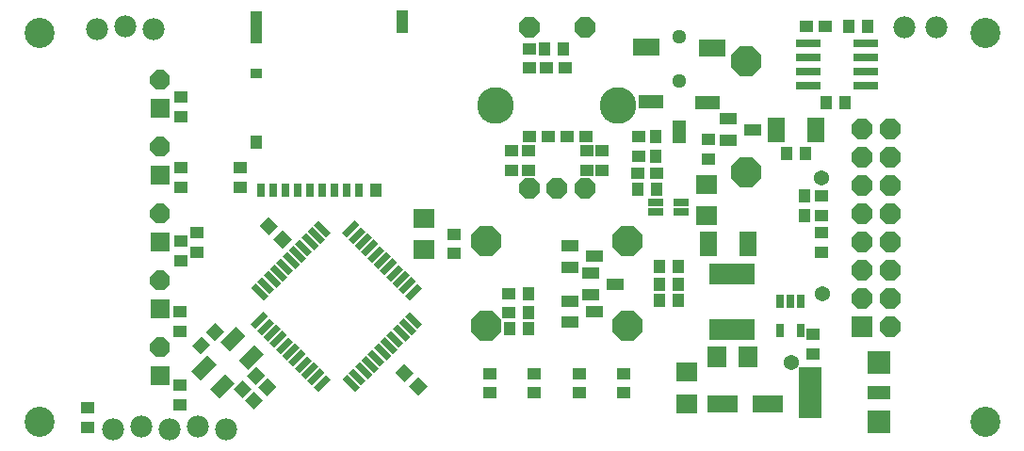
<source format=gbs>
G75*
G70*
%OFA0B0*%
%FSLAX24Y24*%
%IPPOS*%
%LPD*%
%AMOC8*
5,1,8,0,0,1.08239X$1,22.5*
%
%ADD10C,0.1064*%
%ADD11R,0.0316X0.0512*%
%ADD12R,0.0434X0.0512*%
%ADD13R,0.0434X0.0788*%
%ADD14R,0.0434X0.0355*%
%ADD15R,0.0434X0.1142*%
%ADD16R,0.0473X0.0434*%
%ADD17R,0.0631X0.0237*%
%ADD18R,0.0237X0.0631*%
%ADD19R,0.0276X0.0453*%
%ADD20R,0.0631X0.0867*%
%ADD21R,0.1615X0.0749*%
%ADD22R,0.1064X0.0591*%
%ADD23R,0.0749X0.0670*%
%ADD24R,0.0434X0.0473*%
%ADD25R,0.0591X0.0434*%
%ADD26OC8,0.1040*%
%ADD27OC8,0.0740*%
%ADD28C,0.1300*%
%ADD29OC8,0.0700*%
%ADD30R,0.0700X0.0700*%
%ADD31R,0.0788X0.0788*%
%ADD32R,0.0788X0.0473*%
%ADD33R,0.0788X0.1812*%
%ADD34C,0.0780*%
%ADD35R,0.0906X0.0276*%
%ADD36R,0.0740X0.0740*%
%ADD37R,0.0670X0.0749*%
%ADD38R,0.0946X0.0617*%
%ADD39R,0.0867X0.0481*%
%ADD40R,0.0867X0.0491*%
%ADD41R,0.0501X0.0827*%
%ADD42C,0.0512*%
%ADD43C,0.0540*%
%ADD44R,0.0540X0.0290*%
D10*
X008827Y006622D03*
X008827Y020401D03*
X042292Y020401D03*
X042292Y006622D03*
D11*
X020126Y014850D03*
X019693Y014850D03*
X019260Y014850D03*
X018827Y014850D03*
X018394Y014850D03*
X017961Y014850D03*
X017528Y014850D03*
X017095Y014850D03*
X016662Y014850D03*
D12*
X016485Y016543D03*
X020736Y014850D03*
D13*
X021662Y020795D03*
D14*
X016485Y018984D03*
D15*
X016485Y020618D03*
D16*
X013843Y018122D03*
X013843Y017453D03*
X013843Y015622D03*
X013843Y014953D03*
X015943Y014953D03*
X015943Y015622D03*
G36*
X016943Y013894D02*
X017276Y013561D01*
X016969Y013254D01*
X016636Y013587D01*
X016943Y013894D01*
G37*
G36*
X017416Y013421D02*
X017749Y013088D01*
X017442Y012781D01*
X017109Y013114D01*
X017416Y013421D01*
G37*
X014403Y013324D03*
X013843Y013022D03*
X014403Y012654D03*
X013843Y012353D03*
X013793Y010522D03*
X013793Y009853D03*
G36*
X014876Y009364D02*
X014543Y009031D01*
X014236Y009338D01*
X014569Y009671D01*
X014876Y009364D01*
G37*
G36*
X015349Y009837D02*
X015016Y009504D01*
X014709Y009811D01*
X015042Y010144D01*
X015349Y009837D01*
G37*
G36*
X016159Y008261D02*
X016492Y008594D01*
X016799Y008287D01*
X016466Y007954D01*
X016159Y008261D01*
G37*
G36*
X015686Y007788D02*
X016019Y008121D01*
X016326Y007814D01*
X015993Y007481D01*
X015686Y007788D01*
G37*
G36*
X016086Y007388D02*
X016419Y007721D01*
X016726Y007414D01*
X016393Y007081D01*
X016086Y007388D01*
G37*
G36*
X016559Y007861D02*
X016892Y008194D01*
X017199Y007887D01*
X016866Y007554D01*
X016559Y007861D01*
G37*
X013793Y007922D03*
X013793Y007253D03*
X010543Y007122D03*
X010543Y006453D03*
G36*
X021769Y008054D02*
X021436Y008387D01*
X021743Y008694D01*
X022076Y008361D01*
X021769Y008054D01*
G37*
G36*
X022242Y007581D02*
X021909Y007914D01*
X022216Y008221D01*
X022549Y007888D01*
X022242Y007581D01*
G37*
X024772Y007665D03*
X024772Y008334D03*
X026347Y008334D03*
X026347Y007665D03*
X027922Y007665D03*
X027922Y008334D03*
X029496Y008334D03*
X029496Y007665D03*
X025443Y010503D03*
X025443Y011172D03*
X023482Y012602D03*
X023482Y013271D03*
X025543Y015553D03*
X026143Y015553D03*
X026143Y016222D03*
X026158Y016737D03*
X026827Y016737D03*
X027508Y016737D03*
X028177Y016737D03*
X028193Y016222D03*
X028743Y016222D03*
X028743Y015553D03*
X028193Y015553D03*
X030008Y015437D03*
X030043Y016053D03*
X030677Y015437D03*
X032493Y015953D03*
X032493Y016622D03*
X030043Y016722D03*
X027427Y019187D03*
X026758Y019187D03*
X026151Y019184D03*
X026151Y019853D03*
X025543Y016222D03*
X035958Y020637D03*
X036627Y020637D03*
X036493Y014622D03*
X036493Y013953D03*
X036493Y013322D03*
X036493Y012653D03*
X036193Y009722D03*
X036193Y009053D03*
D17*
G36*
X021765Y011100D02*
X022210Y011545D01*
X022377Y011378D01*
X021932Y010933D01*
X021765Y011100D01*
G37*
G36*
X021542Y011322D02*
X021987Y011767D01*
X022154Y011600D01*
X021709Y011155D01*
X021542Y011322D01*
G37*
G36*
X021320Y011545D02*
X021765Y011990D01*
X021932Y011823D01*
X021487Y011378D01*
X021320Y011545D01*
G37*
G36*
X021097Y011768D02*
X021542Y012213D01*
X021709Y012046D01*
X021264Y011601D01*
X021097Y011768D01*
G37*
G36*
X020874Y011990D02*
X021319Y012435D01*
X021486Y012268D01*
X021041Y011823D01*
X020874Y011990D01*
G37*
G36*
X020651Y012213D02*
X021096Y012658D01*
X021263Y012491D01*
X020818Y012046D01*
X020651Y012213D01*
G37*
G36*
X020429Y012436D02*
X020874Y012881D01*
X021041Y012714D01*
X020596Y012269D01*
X020429Y012436D01*
G37*
G36*
X020206Y012658D02*
X020651Y013103D01*
X020818Y012936D01*
X020373Y012491D01*
X020206Y012658D01*
G37*
G36*
X019983Y012881D02*
X020428Y013326D01*
X020595Y013159D01*
X020150Y012714D01*
X019983Y012881D01*
G37*
G36*
X019761Y013104D02*
X020206Y013549D01*
X020373Y013382D01*
X019928Y012937D01*
X019761Y013104D01*
G37*
G36*
X019538Y013327D02*
X019983Y013772D01*
X020150Y013605D01*
X019705Y013160D01*
X019538Y013327D01*
G37*
G36*
X016309Y010097D02*
X016754Y010542D01*
X016921Y010375D01*
X016476Y009930D01*
X016309Y010097D01*
G37*
G36*
X016531Y009875D02*
X016976Y010320D01*
X017143Y010153D01*
X016698Y009708D01*
X016531Y009875D01*
G37*
G36*
X016754Y009652D02*
X017199Y010097D01*
X017366Y009930D01*
X016921Y009485D01*
X016754Y009652D01*
G37*
G36*
X016977Y009429D02*
X017422Y009874D01*
X017589Y009707D01*
X017144Y009262D01*
X016977Y009429D01*
G37*
G36*
X017199Y009206D02*
X017644Y009651D01*
X017811Y009484D01*
X017366Y009039D01*
X017199Y009206D01*
G37*
G36*
X017422Y008984D02*
X017867Y009429D01*
X018034Y009262D01*
X017589Y008817D01*
X017422Y008984D01*
G37*
G36*
X017645Y008761D02*
X018090Y009206D01*
X018257Y009039D01*
X017812Y008594D01*
X017645Y008761D01*
G37*
G36*
X017868Y008538D02*
X018313Y008983D01*
X018480Y008816D01*
X018035Y008371D01*
X017868Y008538D01*
G37*
G36*
X018090Y008316D02*
X018535Y008761D01*
X018702Y008594D01*
X018257Y008149D01*
X018090Y008316D01*
G37*
G36*
X018313Y008093D02*
X018758Y008538D01*
X018925Y008371D01*
X018480Y007926D01*
X018313Y008093D01*
G37*
G36*
X018536Y007870D02*
X018981Y008315D01*
X019148Y008148D01*
X018703Y007703D01*
X018536Y007870D01*
G37*
D18*
G36*
X019538Y008148D02*
X019705Y008315D01*
X020150Y007870D01*
X019983Y007703D01*
X019538Y008148D01*
G37*
G36*
X019761Y008371D02*
X019928Y008538D01*
X020373Y008093D01*
X020206Y007926D01*
X019761Y008371D01*
G37*
G36*
X019983Y008594D02*
X020150Y008761D01*
X020595Y008316D01*
X020428Y008149D01*
X019983Y008594D01*
G37*
G36*
X020206Y008816D02*
X020373Y008983D01*
X020818Y008538D01*
X020651Y008371D01*
X020206Y008816D01*
G37*
G36*
X020429Y009039D02*
X020596Y009206D01*
X021041Y008761D01*
X020874Y008594D01*
X020429Y009039D01*
G37*
G36*
X020651Y009262D02*
X020818Y009429D01*
X021263Y008984D01*
X021096Y008817D01*
X020651Y009262D01*
G37*
G36*
X020874Y009484D02*
X021041Y009651D01*
X021486Y009206D01*
X021319Y009039D01*
X020874Y009484D01*
G37*
G36*
X021097Y009707D02*
X021264Y009874D01*
X021709Y009429D01*
X021542Y009262D01*
X021097Y009707D01*
G37*
G36*
X021320Y009930D02*
X021487Y010097D01*
X021932Y009652D01*
X021765Y009485D01*
X021320Y009930D01*
G37*
G36*
X021542Y010153D02*
X021709Y010320D01*
X022154Y009875D01*
X021987Y009708D01*
X021542Y010153D01*
G37*
G36*
X021765Y010375D02*
X021932Y010542D01*
X022377Y010097D01*
X022210Y009930D01*
X021765Y010375D01*
G37*
G36*
X017868Y012936D02*
X018035Y013103D01*
X018480Y012658D01*
X018313Y012491D01*
X017868Y012936D01*
G37*
G36*
X017645Y012714D02*
X017812Y012881D01*
X018257Y012436D01*
X018090Y012269D01*
X017645Y012714D01*
G37*
G36*
X017422Y012491D02*
X017589Y012658D01*
X018034Y012213D01*
X017867Y012046D01*
X017422Y012491D01*
G37*
G36*
X017199Y012268D02*
X017366Y012435D01*
X017811Y011990D01*
X017644Y011823D01*
X017199Y012268D01*
G37*
G36*
X016977Y012046D02*
X017144Y012213D01*
X017589Y011768D01*
X017422Y011601D01*
X016977Y012046D01*
G37*
G36*
X016754Y011823D02*
X016921Y011990D01*
X017366Y011545D01*
X017199Y011378D01*
X016754Y011823D01*
G37*
G36*
X016531Y011600D02*
X016698Y011767D01*
X017143Y011322D01*
X016976Y011155D01*
X016531Y011600D01*
G37*
G36*
X016309Y011378D02*
X016476Y011545D01*
X016921Y011100D01*
X016754Y010933D01*
X016309Y011378D01*
G37*
G36*
X018090Y013159D02*
X018257Y013326D01*
X018702Y012881D01*
X018535Y012714D01*
X018090Y013159D01*
G37*
G36*
X018313Y013382D02*
X018480Y013549D01*
X018925Y013104D01*
X018758Y012937D01*
X018313Y013382D01*
G37*
G36*
X018536Y013605D02*
X018703Y013772D01*
X019148Y013327D01*
X018981Y013160D01*
X018536Y013605D01*
G37*
D19*
X035019Y010919D03*
X035393Y010919D03*
X035767Y010919D03*
X035767Y009856D03*
X035019Y009856D03*
D20*
X033901Y012937D03*
X032484Y012937D03*
X034884Y016987D03*
X036301Y016987D03*
D21*
X033343Y011872D03*
X033343Y009903D03*
D22*
X032986Y007287D03*
X034600Y007287D03*
D23*
X031743Y007286D03*
X031743Y008389D03*
X032443Y013936D03*
X032443Y015039D03*
X022443Y013839D03*
X022443Y012736D03*
D24*
X026143Y011172D03*
X026143Y010503D03*
X026127Y009937D03*
X025458Y009937D03*
X030759Y010940D03*
X031428Y010940D03*
X031428Y011515D03*
X030759Y011515D03*
X030759Y012141D03*
X031428Y012141D03*
X030677Y014887D03*
X030008Y014887D03*
X030643Y016053D03*
X030643Y016722D03*
X035258Y016137D03*
X035927Y016137D03*
X035893Y014622D03*
X035893Y013953D03*
X036658Y017937D03*
X037327Y017937D03*
X037458Y020637D03*
X038127Y020637D03*
X027377Y019837D03*
X026708Y019837D03*
D25*
X033210Y017361D03*
X034076Y016987D03*
X033210Y016613D03*
X027585Y012865D03*
X028451Y012491D03*
X028335Y011889D03*
X028335Y011141D03*
X028451Y010540D03*
X027585Y010166D03*
X027585Y010914D03*
X027585Y012117D03*
X029201Y011515D03*
D26*
X029634Y010043D03*
X029634Y013043D03*
X033827Y015478D03*
X033827Y019418D03*
X024634Y013043D03*
X024634Y010043D03*
D27*
X026150Y014889D03*
X027134Y014889D03*
X028118Y014889D03*
X037945Y015011D03*
X038945Y015011D03*
X038945Y016011D03*
X037945Y016011D03*
X037945Y017011D03*
X038945Y017011D03*
X038945Y014011D03*
X037945Y014011D03*
X037945Y013011D03*
X038945Y013011D03*
X038945Y012011D03*
X037945Y012011D03*
X037945Y011011D03*
X038945Y011011D03*
X038945Y010011D03*
X028118Y020598D03*
X026150Y020598D03*
D28*
X024969Y017842D03*
X029299Y017842D03*
D29*
X013093Y018736D03*
X013093Y016374D03*
X013093Y014011D03*
X013093Y011649D03*
X013093Y009287D03*
D30*
X013093Y008287D03*
X013093Y010649D03*
X013093Y013011D03*
X013093Y015374D03*
X013093Y017736D03*
D31*
X038543Y008750D03*
X038543Y006624D03*
D32*
X038543Y007687D03*
G36*
X015883Y008821D02*
X016439Y009377D01*
X016773Y009043D01*
X016217Y008487D01*
X015883Y008821D01*
G37*
G36*
X015243Y009462D02*
X015799Y010018D01*
X016133Y009684D01*
X015577Y009128D01*
X015243Y009462D01*
G37*
G36*
X014213Y008432D02*
X014769Y008988D01*
X015103Y008654D01*
X014547Y008098D01*
X014213Y008432D01*
G37*
G36*
X014853Y007791D02*
X015409Y008347D01*
X015743Y008013D01*
X015187Y007457D01*
X014853Y007791D01*
G37*
D33*
X036102Y007687D03*
D34*
X015435Y006375D03*
X014435Y006475D03*
X013435Y006375D03*
X012435Y006475D03*
X011435Y006375D03*
X010876Y020548D03*
X011876Y020648D03*
X012876Y020548D03*
X039429Y020598D03*
X040569Y020598D03*
D35*
X038066Y020037D03*
X038066Y019537D03*
X038066Y019037D03*
X038066Y018537D03*
X036019Y018537D03*
X036019Y019037D03*
X036019Y019537D03*
X036019Y020037D03*
D36*
X037945Y010011D03*
D37*
X033894Y008937D03*
X032792Y008937D03*
D38*
X032627Y019887D03*
X030303Y019894D03*
D39*
X032465Y017945D03*
D40*
X030465Y017965D03*
D41*
X031465Y016921D03*
D42*
X031465Y018713D03*
X031465Y020287D03*
D43*
X036493Y015287D03*
X036543Y011187D03*
X035443Y008737D03*
D44*
X031543Y014080D03*
X031543Y014400D03*
X030643Y014395D03*
X030643Y014075D03*
M02*

</source>
